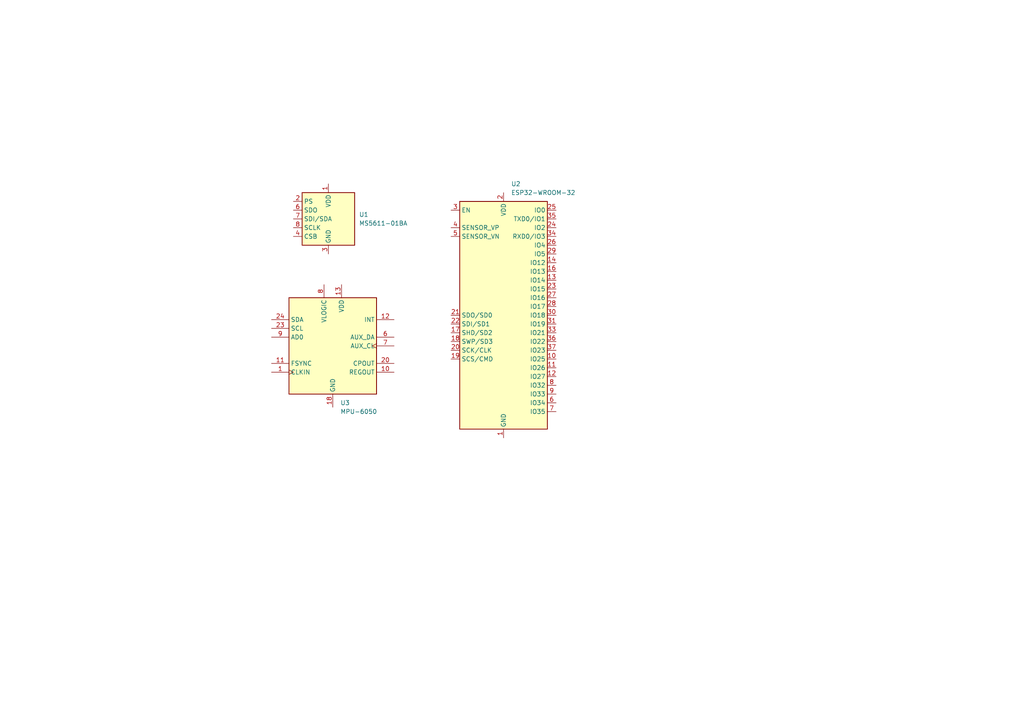
<source format=kicad_sch>
(kicad_sch (version 20231120) (generator "eeschema") (generator_version "8.0")
  (paper "A4")
  (lib_symbols
    (symbol "RF_Module:ESP32-WROOM-32"
      (property "Reference" "U" (at -12.7 34.29 0))
      (property "Value" "ESP32-WROOM-32" (at 1.27 34.29 0))
      (symbol "ESP32-WROOM-32_0_1"
        (rectangle (start -12.7 33.02) (end 12.7 -33.02) (stroke (width 0.254)) (fill (type background)))
      )
      (symbol "ESP32-WROOM-32_1_1"
        (pin power_in line (at 0 -35.56 90) (length 2.54) (name "GND") (number "1"))
        (pin bidirectional line (at 15.24 -12.7 180) (length 2.54) (name "IO25") (number "10"))
        (pin bidirectional line (at 15.24 -15.24 180) (length 2.54) (name "IO26") (number "11"))
        (pin bidirectional line (at 15.24 -17.78 180) (length 2.54) (name "IO27") (number "12"))
        (pin bidirectional line (at 15.24 10.16 180) (length 2.54) (name "IO14") (number "13"))
        (pin bidirectional line (at 15.24 15.24 180) (length 2.54) (name "IO12") (number "14"))
        (pin passive line (at 0 -35.56 90) (length 2.54) hide (name "GND") (number "15"))
        (pin bidirectional line (at 15.24 12.7 180) (length 2.54) (name "IO13") (number "16"))
        (pin bidirectional line (at -15.24 -5.08 0) (length 2.54) (name "SHD/SD2") (number "17"))
        (pin bidirectional line (at -15.24 -7.62 0) (length 2.54) (name "SWP/SD3") (number "18"))
        (pin bidirectional line (at -15.24 -12.7 0) (length 2.54) (name "SCS/CMD") (number "19"))
        (pin power_in line (at 0 35.56 270) (length 2.54) (name "VDD") (number "2"))
        (pin bidirectional line (at -15.24 -10.16 0) (length 2.54) (name "SCK/CLK") (number "20"))
        (pin bidirectional line (at -15.24 0 0) (length 2.54) (name "SDO/SD0") (number "21"))
        (pin bidirectional line (at -15.24 -2.54 0) (length 2.54) (name "SDI/SD1") (number "22"))
        (pin bidirectional line (at 15.24 7.62 180) (length 2.54) (name "IO15") (number "23"))
        (pin bidirectional line (at 15.24 25.4 180) (length 2.54) (name "IO2") (number "24"))
        (pin bidirectional line (at 15.24 30.48 180) (length 2.54) (name "IO0") (number "25"))
        (pin bidirectional line (at 15.24 20.32 180) (length 2.54) (name "IO4") (number "26"))
        (pin bidirectional line (at 15.24 5.08 180) (length 2.54) (name "IO16") (number "27"))
        (pin bidirectional line (at 15.24 2.54 180) (length 2.54) (name "IO17") (number "28"))
        (pin bidirectional line (at 15.24 17.78 180) (length 2.54) (name "IO5") (number "29"))
        (pin input line (at -15.24 30.48 0) (length 2.54) (name "EN") (number "3"))
        (pin bidirectional line (at 15.24 0 180) (length 2.54) (name "IO18") (number "30"))
        (pin bidirectional line (at 15.24 -2.54 180) (length 2.54) (name "IO19") (number "31"))
        (pin no_connect line (at -12.7 -27.94 0) (length 2.54) hide (name "NC") (number "32"))
        (pin bidirectional line (at 15.24 -5.08 180) (length 2.54) (name "IO21") (number "33"))
        (pin bidirectional line (at 15.24 22.86 180) (length 2.54) (name "RXD0/IO3") (number "34"))
        (pin bidirectional line (at 15.24 27.94 180) (length 2.54) (name "TXD0/IO1") (number "35"))
        (pin bidirectional line (at 15.24 -7.62 180) (length 2.54) (name "IO22") (number "36"))
        (pin bidirectional line (at 15.24 -10.16 180) (length 2.54) (name "IO23") (number "37"))
        (pin passive line (at 0 -35.56 90) (length 2.54) hide (name "GND") (number "38"))
        (pin passive line (at 0 -35.56 90) (length 2.54) hide (name "GND") (number "39"))
        (pin input line (at -15.24 25.4 0) (length 2.54) (name "SENSOR_VP") (number "4"))
        (pin input line (at -15.24 22.86 0) (length 2.54) (name "SENSOR_VN") (number "5"))
        (pin input line (at 15.24 -25.4 180) (length 2.54) (name "IO34") (number "6"))
        (pin input line (at 15.24 -27.94 180) (length 2.54) (name "IO35") (number "7"))
        (pin bidirectional line (at 15.24 -20.32 180) (length 2.54) (name "IO32") (number "8"))
        (pin bidirectional line (at 15.24 -22.86 180) (length 2.54) (name "IO33") (number "9"))
      )
    )
    (symbol "Sensor_Motion:MPU-6050"
      (property "Reference" "U" (at -11.43 13.97 0))
      (property "Value" "MPU-6050" (at 7.62 -15.24 0))
      (symbol "MPU-6050_0_0"
        (text "" (at 12.7 -2.54 0) (effects (font (size 1.27 1.27))))
      )
      (symbol "MPU-6050_0_1"
        (rectangle (start -12.7 13.97) (end 12.7 -13.97) (stroke (width 0.254)) (fill (type background)))
      )
      (symbol "MPU-6050_1_1"
        (pin input clock (at -17.78 -7.62 0) (length 5.08) (name "CLKIN") (number "1"))
        (pin passive line (at 17.78 -7.62 180) (length 5.08) (name "REGOUT") (number "10"))
        (pin input line (at -17.78 -5.08 0) (length 5.08) (name "FSYNC") (number "11"))
        (pin output line (at 17.78 7.62 180) (length 5.08) (name "INT") (number "12"))
        (pin power_in line (at 2.54 17.78 270) (length 3.81) (name "VDD") (number "13"))
        (pin no_connect line (at -12.7 -10.16 0) (length 2.54) hide (name "NC") (number "14"))
        (pin no_connect line (at 12.7 12.7 180) (length 2.54) hide (name "NC") (number "15"))
        (pin no_connect line (at 12.7 10.16 180) (length 2.54) hide (name "NC") (number "16"))
        (pin no_connect line (at 12.7 5.08 180) (length 2.54) hide (name "NC") (number "17"))
        (pin power_in line (at 0 -17.78 90) (length 3.81) (name "GND") (number "18"))
        (pin no_connect line (at 12.7 -10.16 180) (length 2.54) hide (name "RESV") (number "19"))
        (pin no_connect line (at -12.7 12.7 0) (length 2.54) hide (name "NC") (number "2"))
        (pin passive line (at 17.78 -5.08 180) (length 5.08) (name "CPOUT") (number "20"))
        (pin no_connect line (at 12.7 -2.54 180) (length 2.54) hide (name "RESV") (number "21"))
        (pin no_connect line (at 12.7 -12.7 180) (length 2.54) hide (name "RESV") (number "22"))
        (pin input line (at -17.78 5.08 0) (length 5.08) (name "SCL") (number "23"))
        (pin bidirectional line (at -17.78 7.62 0) (length 5.08) (name "SDA") (number "24"))
        (pin no_connect line (at -12.7 10.16 0) (length 2.54) hide (name "NC") (number "3"))
        (pin no_connect line (at -12.7 0 0) (length 2.54) hide (name "NC") (number "4"))
        (pin no_connect line (at -12.7 -2.54 0) (length 2.54) hide (name "NC") (number "5"))
        (pin bidirectional line (at 17.78 2.54 180) (length 5.08) (name "AUX_DA") (number "6"))
        (pin output clock (at 17.78 0 180) (length 5.08) (name "AUX_CL") (number "7"))
        (pin power_in line (at -2.54 17.78 270) (length 3.81) (name "VLOGIC") (number "8"))
        (pin input line (at -17.78 2.54 0) (length 5.08) (name "AD0") (number "9"))
      )
    )
    (symbol "Sensor_Pressure:MS5611-01BA"
      (property "Reference" "U" (at -6.35 8.89 0))
      (property "Value" "MS5611-01BA" (at 7.62 8.89 0))
      (symbol "MS5611-01BA_0_1"
        (rectangle (start -7.62 7.62) (end 7.62 -7.62) (stroke (width 0.254)) (fill (type background)))
      )
      (symbol "MS5611-01BA_1_1"
        (pin power_in line (at 0 10.16 270) (length 2.54) (name "VDD") (number "1"))
        (pin input line (at -10.16 5.08 0) (length 2.54) (name "PS") (number "2"))
        (pin power_in line (at 0 -10.16 90) (length 2.54) (name "GND") (number "3"))
        (pin input line (at -10.16 -5.08 0) (length 2.54) (name "CSB") (number "4"))
        (pin input line (at -10.16 -5.08 0) (length 2.54) hide (name "CSB") (number "5"))
        (pin output line (at -10.16 2.54 0) (length 2.54) (name "SDO") (number "6"))
        (pin bidirectional line (at -10.16 0 0) (length 2.54) (name "SDI/SDA") (number "7"))
        (pin input line (at -10.16 -2.54 0) (length 2.54) (name "SCLK") (number "8"))
      )
    )
  )
  (symbol (lib_id "Sensor_Pressure:MS5611-01BA") (at 95.25 63.5 0) (unit 1)
    (property "Reference" "U1" (at 104.14 62.2299 0) (effects (justify left)))
    (property "Value" "MS5611-01BA" (at 104.14 64.7699 0) (effects (justify left)))
    (property "Footprint" "Package_LGA:LGA-8_3x5mm_P1.25mm" (effects (hide yes)))
    (property "Datasheet" "https://www.te.com/commerce/DocumentDelivery/DDEController?Action=srchrtrv&DocNm=MS5611-01BA03&DocType=Data+Sheet&DocLang=English" (effects (hide yes)))
    (property "Description" "Barometric pressure sensor, 10cm resolution, 10 to 1200 mbar, I2C and SPI interface up to 20MHz, LGA-8" (effects (hide yes)))
  )
  (symbol (lib_id "RF_Module:ESP32-WROOM-32") (at 146.05 91.44 0) (unit 1)
    (property "Reference" "U2" (at 148.2441 53.34 0) (effects (justify left)))
    (property "Value" "ESP32-WROOM-32" (at 148.2441 55.88 0) (effects (justify left)))
    (property "Footprint" "RF_Module:ESP32-WROOM-32" (effects (hide yes)))
    (property "Datasheet" "https://www.espressif.com/sites/default/files/documentation/esp32-wroom-32_datasheet_en.pdf" (effects (hide yes)))
    (property "Description" "RF Module, ESP32-D0WDQ6 SoC, Wi-Fi 802.11b/g/n, Bluetooth, BLE, 32-bit, 2.7-3.6V, onboard antenna, SMD" (effects (hide yes)))
  )
  (symbol (lib_id "Sensor_Motion:MPU-6050") (at 96.52 100.33 0) (unit 1)
    (property "Reference" "U3" (at 98.7141 116.84 0) (effects (justify left)))
    (property "Value" "MPU-6050" (at 98.7141 119.38 0) (effects (justify left)))
    (property "Footprint" "Sensor_Motion:InvenSense_QFN-24_4x4mm_P0.5mm" (effects (hide yes)))
    (property "Datasheet" "https://invensense.tdk.com/wp-content/uploads/2015/02/MPU-6000-Datasheet1.pdf" (effects (hide yes)))
    (property "Description" "InvenSense 6-Axis Motion Sensor, Gyroscope, Accelerometer, I2C" (effects (hide yes)))
  )
)
</source>
